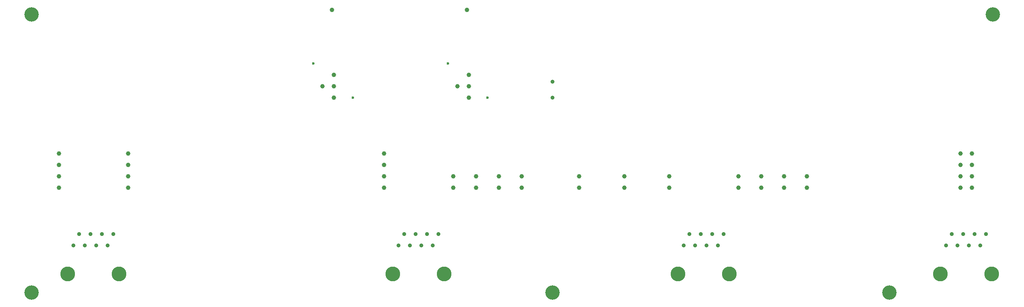
<source format=gbr>
%TF.GenerationSoftware,Altium Limited,Altium Designer,25.8.1 (18)*%
G04 Layer_Color=0*
%FSLAX45Y45*%
%MOMM*%
%TF.SameCoordinates,A785B3B1-CB1D-45D8-AEAD-54020840EAB1*%
%TF.FilePolarity,Positive*%
%TF.FileFunction,Plated,1,2,PTH,Drill*%
%TF.Part,Single*%
G01*
G75*
%TA.AperFunction,OtherDrill,Pad Free-X (220mm,104mm)*%
%ADD45C,3.20000*%
%TA.AperFunction,OtherDrill,Pad Free-X (295mm,104mm)*%
%ADD46C,3.20000*%
%TA.AperFunction,OtherDrill,Pad Free-X (318mm,166mm)*%
%ADD47C,3.20000*%
%TA.AperFunction,OtherDrill,Pad Free-X (104mm,104mm)*%
%ADD48C,3.20000*%
%TA.AperFunction,OtherDrill,Pad Free-X (104mm,166mm)*%
%ADD49C,3.20000*%
%TA.AperFunction,ComponentDrill*%
%ADD50C,1.00000*%
%ADD51C,1.00000*%
%ADD52C,0.90000*%
%ADD53C,3.30000*%
%ADD54C,0.90000*%
%TA.AperFunction,ViaDrill,NotFilled*%
%ADD55C,0.60000*%
D45*
X22000000Y10400000D02*
D03*
D46*
X29500000D02*
D03*
D47*
X31800000Y16600000D02*
D03*
D48*
X10400000Y10400000D02*
D03*
D49*
Y16600000D02*
D03*
D50*
X16880000Y15000000D02*
D03*
X19880000D02*
D03*
D51*
X19788499Y12738000D02*
D03*
Y12992000D02*
D03*
X18245500Y12738000D02*
D03*
Y12992000D02*
D03*
Y13246001D02*
D03*
Y13500000D02*
D03*
X11006500Y12738000D02*
D03*
Y12992000D02*
D03*
Y13246001D02*
D03*
Y13500000D02*
D03*
X20092500Y16700000D02*
D03*
X17092500D02*
D03*
X12549500Y13500000D02*
D03*
Y13246001D02*
D03*
Y12992000D02*
D03*
Y12738000D02*
D03*
X31082001Y13500000D02*
D03*
Y13246001D02*
D03*
X31335999Y13500000D02*
D03*
Y13246001D02*
D03*
X31082001Y12992000D02*
D03*
X31335999D02*
D03*
X31082001Y12738000D02*
D03*
X31335999D02*
D03*
X22595500D02*
D03*
Y12992000D02*
D03*
X26138501Y12738000D02*
D03*
Y12992000D02*
D03*
X23595500Y12738000D02*
D03*
Y12992000D02*
D03*
X26646500Y12738000D02*
D03*
Y12992000D02*
D03*
X20296500Y12738000D02*
D03*
Y12992000D02*
D03*
X27154501Y12738000D02*
D03*
Y12992000D02*
D03*
X20804500Y12738000D02*
D03*
Y12992000D02*
D03*
X24595500Y12738000D02*
D03*
Y12992000D02*
D03*
X27662500Y12738000D02*
D03*
Y12992000D02*
D03*
X21312500Y12738000D02*
D03*
Y12992000D02*
D03*
X20134000Y15253999D02*
D03*
Y15000000D02*
D03*
Y14746001D02*
D03*
X17134000Y15253999D02*
D03*
Y15000000D02*
D03*
Y14746001D02*
D03*
D52*
X31653500Y11700000D02*
D03*
X31399500D02*
D03*
X31145499D02*
D03*
X30891501D02*
D03*
X31526501Y11446000D02*
D03*
X31272501D02*
D03*
X31018500D02*
D03*
X30764499D02*
D03*
X25811499Y11700000D02*
D03*
X25557500D02*
D03*
X25303500D02*
D03*
X25049500D02*
D03*
X25684500Y11446000D02*
D03*
X25430499D02*
D03*
X25176500D02*
D03*
X24922501D02*
D03*
X19461501Y11700000D02*
D03*
X19207500D02*
D03*
X18953500D02*
D03*
X18699500D02*
D03*
X19334500Y11446000D02*
D03*
X19080499D02*
D03*
X18826500D02*
D03*
X18572501D02*
D03*
X12222500Y11700000D02*
D03*
X11968500D02*
D03*
X11714500D02*
D03*
X11460500D02*
D03*
X12095500Y11446000D02*
D03*
X11841500D02*
D03*
X11587500D02*
D03*
X11333500D02*
D03*
D53*
X31780499Y10811000D02*
D03*
X30637500D02*
D03*
X25938501D02*
D03*
X24795500D02*
D03*
X19588499D02*
D03*
X18445500D02*
D03*
X12349500D02*
D03*
X11206500D02*
D03*
D54*
X22000000Y15096001D02*
D03*
Y14746001D02*
D03*
D55*
X20550000Y14746001D02*
D03*
X19672501Y15500000D02*
D03*
X17550000Y14746001D02*
D03*
X16672501Y15500000D02*
D03*
%TF.MD5,5fc4719de7ee2870cb7da8072c73bcad*%
M02*

</source>
